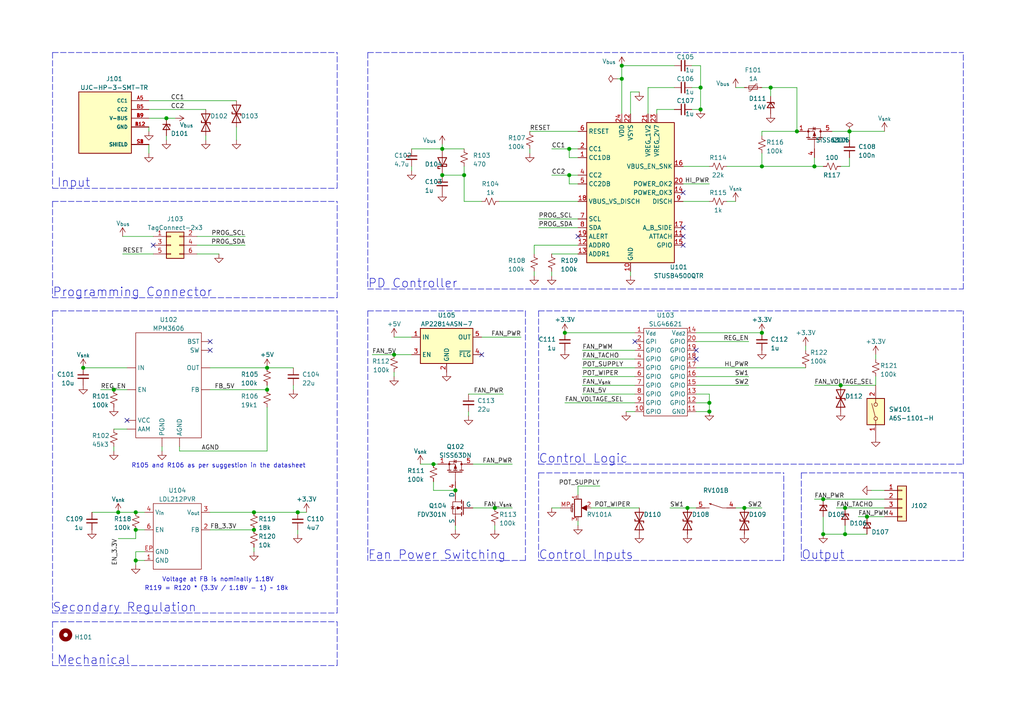
<source format=kicad_sch>
(kicad_sch (version 20210406) (generator eeschema)
  (paper "A4")
  (junction (at 24.13 106.68) (diameter 1.016))
  (junction (at 33.02 113.03) (diameter 1.016))
  (junction (at 34.29 148.59) (diameter 1.016))
  (junction (at 39.37 148.59) (diameter 1.016))
  (junction (at 39.37 153.67) (diameter 1.016))
  (junction (at 39.37 162.56) (diameter 1.016))
  (junction (at 48.26 34.29) (diameter 1.016))
  (junction (at 73.66 148.59) (diameter 1.016))
  (junction (at 73.66 153.67) (diameter 1.016))
  (junction (at 77.47 106.68) (diameter 1.016))
  (junction (at 77.47 113.03) (diameter 1.016))
  (junction (at 86.36 148.59) (diameter 1.016))
  (junction (at 114.3 102.87) (diameter 1.016))
  (junction (at 125.73 134.62) (diameter 1.016))
  (junction (at 128.27 43.18) (diameter 1.016))
  (junction (at 128.27 50.8) (diameter 1.016))
  (junction (at 132.08 142.24) (diameter 1.016))
  (junction (at 134.62 50.8) (diameter 1.016))
  (junction (at 143.51 147.32) (diameter 1.016))
  (junction (at 163.83 96.52) (diameter 1.016))
  (junction (at 165.1 43.18) (diameter 1.016))
  (junction (at 165.1 50.8) (diameter 1.016))
  (junction (at 180.34 19.05) (diameter 1.016))
  (junction (at 180.34 22.86) (diameter 1.016))
  (junction (at 199.39 147.32) (diameter 1.016))
  (junction (at 203.2 25.4) (diameter 1.016))
  (junction (at 203.2 31.75) (diameter 1.016))
  (junction (at 205.74 116.84) (diameter 1.016))
  (junction (at 205.74 119.38) (diameter 1.016))
  (junction (at 215.9 147.32) (diameter 1.016))
  (junction (at 220.98 48.26) (diameter 1.016))
  (junction (at 220.98 96.52) (diameter 1.016))
  (junction (at 223.52 25.4) (diameter 1.016))
  (junction (at 231.14 38.1) (diameter 1.016))
  (junction (at 236.22 48.26) (diameter 1.016))
  (junction (at 238.76 144.78) (diameter 1.016))
  (junction (at 238.76 154.94) (diameter 1.016))
  (junction (at 243.84 111.76) (diameter 1.016))
  (junction (at 245.11 147.32) (diameter 1.016))
  (junction (at 245.11 154.94) (diameter 1.016))
  (junction (at 246.38 38.1) (diameter 1.016))
  (junction (at 251.46 149.86) (diameter 1.016))
  (no_connect (at 36.83 121.92))
  (no_connect (at 44.45 71.12))
  (no_connect (at 60.96 99.06))
  (no_connect (at 60.96 101.6))
  (no_connect (at 139.7 102.87))
  (no_connect (at 167.64 68.58))
  (no_connect (at 184.15 99.06))
  (no_connect (at 198.12 55.88))
  (no_connect (at 198.12 66.04))
  (no_connect (at 198.12 68.58))
  (no_connect (at 198.12 71.12))
  (no_connect (at 201.93 101.6))
  (no_connect (at 201.93 104.14))
  (wire (pts (xy 24.13 106.68) (xy 36.83 106.68)))
  (wire (pts (xy 26.67 148.59) (xy 34.29 148.59)))
  (wire (pts (xy 29.21 113.03) (xy 33.02 113.03)))
  (wire (pts (xy 33.02 113.03) (xy 36.83 113.03)))
  (wire (pts (xy 33.02 124.46) (xy 36.83 124.46)))
  (wire (pts (xy 33.02 129.54) (xy 33.02 130.81)))
  (wire (pts (xy 34.29 148.59) (xy 39.37 148.59)))
  (wire (pts (xy 34.29 156.21) (xy 39.37 156.21)))
  (wire (pts (xy 35.56 68.58) (xy 44.45 68.58)))
  (wire (pts (xy 35.56 73.66) (xy 44.45 73.66)))
  (wire (pts (xy 39.37 148.59) (xy 41.91 148.59)))
  (wire (pts (xy 39.37 153.67) (xy 41.91 153.67)))
  (wire (pts (xy 39.37 156.21) (xy 39.37 153.67)))
  (wire (pts (xy 39.37 160.02) (xy 39.37 162.56)))
  (wire (pts (xy 39.37 160.02) (xy 41.91 160.02)))
  (wire (pts (xy 39.37 162.56) (xy 39.37 163.83)))
  (wire (pts (xy 39.37 162.56) (xy 41.91 162.56)))
  (wire (pts (xy 43.18 29.21) (xy 68.58 29.21)))
  (wire (pts (xy 43.18 31.75) (xy 59.69 31.75)))
  (wire (pts (xy 43.18 34.29) (xy 48.26 34.29)))
  (wire (pts (xy 43.18 36.83) (xy 43.18 38.1)))
  (wire (pts (xy 43.18 41.91) (xy 43.18 44.45)))
  (wire (pts (xy 46.99 129.54) (xy 46.99 130.81)))
  (wire (pts (xy 48.26 34.29) (xy 50.8 34.29)))
  (wire (pts (xy 48.26 39.37) (xy 48.26 40.64)))
  (wire (pts (xy 52.07 129.54) (xy 52.07 130.81)))
  (wire (pts (xy 52.07 130.81) (xy 77.47 130.81)))
  (wire (pts (xy 57.15 68.58) (xy 71.12 68.58)))
  (wire (pts (xy 57.15 71.12) (xy 71.12 71.12)))
  (wire (pts (xy 57.15 73.66) (xy 63.5 73.66)))
  (wire (pts (xy 59.69 39.37) (xy 59.69 40.64)))
  (wire (pts (xy 60.96 106.68) (xy 77.47 106.68)))
  (wire (pts (xy 60.96 113.03) (xy 77.47 113.03)))
  (wire (pts (xy 60.96 148.59) (xy 73.66 148.59)))
  (wire (pts (xy 60.96 153.67) (xy 73.66 153.67)))
  (wire (pts (xy 68.58 36.83) (xy 68.58 40.64)))
  (wire (pts (xy 73.66 148.59) (xy 86.36 148.59)))
  (wire (pts (xy 73.66 158.75) (xy 73.66 160.02)))
  (wire (pts (xy 77.47 106.68) (xy 85.09 106.68)))
  (wire (pts (xy 77.47 111.76) (xy 77.47 113.03)))
  (wire (pts (xy 77.47 118.11) (xy 77.47 130.81)))
  (wire (pts (xy 85.09 111.76) (xy 85.09 113.03)))
  (wire (pts (xy 86.36 148.59) (xy 88.9 148.59)))
  (wire (pts (xy 86.36 153.67) (xy 86.36 154.94)))
  (wire (pts (xy 114.3 97.79) (xy 119.38 97.79)))
  (wire (pts (xy 114.3 102.87) (xy 107.95 102.87)))
  (wire (pts (xy 114.3 107.95) (xy 114.3 109.22)))
  (wire (pts (xy 119.38 43.18) (xy 128.27 43.18)))
  (wire (pts (xy 119.38 48.26) (xy 119.38 49.53)))
  (wire (pts (xy 119.38 102.87) (xy 114.3 102.87)))
  (wire (pts (xy 121.92 134.62) (xy 125.73 134.62)))
  (wire (pts (xy 125.73 134.62) (xy 127 134.62)))
  (wire (pts (xy 125.73 139.7) (xy 125.73 142.24)))
  (wire (pts (xy 125.73 142.24) (xy 132.08 142.24)))
  (wire (pts (xy 128.27 41.91) (xy 128.27 43.18)))
  (wire (pts (xy 128.27 43.18) (xy 134.62 43.18)))
  (wire (pts (xy 128.27 50.8) (xy 134.62 50.8)))
  (wire (pts (xy 132.08 152.4) (xy 132.08 153.67)))
  (wire (pts (xy 134.62 50.8) (xy 134.62 48.26)))
  (wire (pts (xy 134.62 50.8) (xy 134.62 58.42)))
  (wire (pts (xy 134.62 58.42) (xy 139.7 58.42)))
  (wire (pts (xy 135.89 114.3) (xy 146.05 114.3)))
  (wire (pts (xy 135.89 119.38) (xy 135.89 120.65)))
  (wire (pts (xy 137.16 134.62) (xy 148.59 134.62)))
  (wire (pts (xy 137.16 147.32) (xy 143.51 147.32)))
  (wire (pts (xy 139.7 97.79) (xy 151.13 97.79)))
  (wire (pts (xy 143.51 147.32) (xy 148.59 147.32)))
  (wire (pts (xy 143.51 152.4) (xy 143.51 153.67)))
  (wire (pts (xy 144.78 58.42) (xy 167.64 58.42)))
  (wire (pts (xy 153.67 38.1) (xy 167.64 38.1)))
  (wire (pts (xy 153.67 43.18) (xy 153.67 44.45)))
  (wire (pts (xy 154.94 71.12) (xy 167.64 71.12)))
  (wire (pts (xy 154.94 73.66) (xy 154.94 71.12)))
  (wire (pts (xy 154.94 78.74) (xy 154.94 80.01)))
  (wire (pts (xy 156.21 63.5) (xy 167.64 63.5)))
  (wire (pts (xy 156.21 66.04) (xy 167.64 66.04)))
  (wire (pts (xy 160.02 43.18) (xy 165.1 43.18)))
  (wire (pts (xy 160.02 50.8) (xy 165.1 50.8)))
  (wire (pts (xy 160.02 73.66) (xy 167.64 73.66)))
  (wire (pts (xy 160.02 78.74) (xy 160.02 80.01)))
  (wire (pts (xy 160.02 147.32) (xy 162.56 147.32)))
  (wire (pts (xy 163.83 96.52) (xy 184.15 96.52)))
  (wire (pts (xy 163.83 116.84) (xy 184.15 116.84)))
  (wire (pts (xy 165.1 43.18) (xy 165.1 45.72)))
  (wire (pts (xy 165.1 43.18) (xy 167.64 43.18)))
  (wire (pts (xy 165.1 45.72) (xy 167.64 45.72)))
  (wire (pts (xy 165.1 50.8) (xy 165.1 53.34)))
  (wire (pts (xy 165.1 50.8) (xy 167.64 50.8)))
  (wire (pts (xy 165.1 53.34) (xy 167.64 53.34)))
  (wire (pts (xy 167.64 140.97) (xy 167.64 143.51)))
  (wire (pts (xy 167.64 151.13) (xy 167.64 152.4)))
  (wire (pts (xy 168.91 101.6) (xy 184.15 101.6)))
  (wire (pts (xy 168.91 104.14) (xy 184.15 104.14)))
  (wire (pts (xy 168.91 106.68) (xy 184.15 106.68)))
  (wire (pts (xy 168.91 109.22) (xy 184.15 109.22)))
  (wire (pts (xy 168.91 111.76) (xy 184.15 111.76)))
  (wire (pts (xy 168.91 114.3) (xy 184.15 114.3)))
  (wire (pts (xy 171.45 147.32) (xy 185.42 147.32)))
  (wire (pts (xy 173.99 140.97) (xy 167.64 140.97)))
  (wire (pts (xy 179.07 22.86) (xy 180.34 22.86)))
  (wire (pts (xy 180.34 19.05) (xy 195.58 19.05)))
  (wire (pts (xy 180.34 22.86) (xy 180.34 19.05)))
  (wire (pts (xy 180.34 33.02) (xy 180.34 22.86)))
  (wire (pts (xy 181.61 119.38) (xy 184.15 119.38)))
  (wire (pts (xy 182.88 26.67) (xy 182.88 33.02)))
  (wire (pts (xy 182.88 26.67) (xy 185.42 26.67)))
  (wire (pts (xy 182.88 78.74) (xy 182.88 80.01)))
  (wire (pts (xy 187.96 25.4) (xy 195.58 25.4)))
  (wire (pts (xy 187.96 33.02) (xy 187.96 25.4)))
  (wire (pts (xy 190.5 31.75) (xy 190.5 33.02)))
  (wire (pts (xy 195.58 31.75) (xy 190.5 31.75)))
  (wire (pts (xy 198.12 48.26) (xy 205.74 48.26)))
  (wire (pts (xy 198.12 53.34) (xy 205.74 53.34)))
  (wire (pts (xy 198.12 58.42) (xy 205.74 58.42)))
  (wire (pts (xy 199.39 147.32) (xy 194.31 147.32)))
  (wire (pts (xy 200.66 31.75) (xy 203.2 31.75)))
  (wire (pts (xy 201.93 96.52) (xy 220.98 96.52)))
  (wire (pts (xy 201.93 99.06) (xy 217.17 99.06)))
  (wire (pts (xy 201.93 106.68) (xy 233.68 106.68)))
  (wire (pts (xy 201.93 109.22) (xy 217.17 109.22)))
  (wire (pts (xy 201.93 111.76) (xy 217.17 111.76)))
  (wire (pts (xy 201.93 114.3) (xy 205.74 114.3)))
  (wire (pts (xy 201.93 116.84) (xy 205.74 116.84)))
  (wire (pts (xy 201.93 119.38) (xy 205.74 119.38)))
  (wire (pts (xy 201.93 147.32) (xy 199.39 147.32)))
  (wire (pts (xy 203.2 19.05) (xy 200.66 19.05)))
  (wire (pts (xy 203.2 25.4) (xy 200.66 25.4)))
  (wire (pts (xy 203.2 25.4) (xy 203.2 19.05)))
  (wire (pts (xy 203.2 31.75) (xy 203.2 25.4)))
  (wire (pts (xy 205.74 114.3) (xy 205.74 116.84)))
  (wire (pts (xy 205.74 116.84) (xy 205.74 119.38)))
  (wire (pts (xy 210.82 48.26) (xy 220.98 48.26)))
  (wire (pts (xy 210.82 58.42) (xy 213.36 58.42)))
  (wire (pts (xy 213.36 25.4) (xy 215.9 25.4)))
  (wire (pts (xy 213.36 147.32) (xy 215.9 147.32)))
  (wire (pts (xy 215.9 147.32) (xy 220.98 147.32)))
  (wire (pts (xy 220.98 25.4) (xy 223.52 25.4)))
  (wire (pts (xy 220.98 38.1) (xy 231.14 38.1)))
  (wire (pts (xy 220.98 39.37) (xy 220.98 38.1)))
  (wire (pts (xy 220.98 48.26) (xy 220.98 44.45)))
  (wire (pts (xy 220.98 48.26) (xy 236.22 48.26)))
  (wire (pts (xy 223.52 25.4) (xy 223.52 27.94)))
  (wire (pts (xy 223.52 25.4) (xy 231.14 25.4)))
  (wire (pts (xy 231.14 25.4) (xy 231.14 38.1)))
  (wire (pts (xy 233.68 100.33) (xy 233.68 101.6)))
  (wire (pts (xy 236.22 48.26) (xy 236.22 45.72)))
  (wire (pts (xy 236.22 48.26) (xy 238.76 48.26)))
  (wire (pts (xy 236.22 111.76) (xy 243.84 111.76)))
  (wire (pts (xy 236.22 144.78) (xy 238.76 144.78)))
  (wire (pts (xy 238.76 144.78) (xy 256.54 144.78)))
  (wire (pts (xy 238.76 154.94) (xy 238.76 149.86)))
  (wire (pts (xy 238.76 154.94) (xy 245.11 154.94)))
  (wire (pts (xy 241.3 38.1) (xy 246.38 38.1)))
  (wire (pts (xy 242.57 147.32) (xy 245.11 147.32)))
  (wire (pts (xy 243.84 48.26) (xy 246.38 48.26)))
  (wire (pts (xy 243.84 111.76) (xy 254 111.76)))
  (wire (pts (xy 245.11 147.32) (xy 256.54 147.32)))
  (wire (pts (xy 245.11 152.4) (xy 245.11 154.94)))
  (wire (pts (xy 245.11 154.94) (xy 251.46 154.94)))
  (wire (pts (xy 246.38 38.1) (xy 246.38 40.64)))
  (wire (pts (xy 246.38 38.1) (xy 256.54 38.1)))
  (wire (pts (xy 246.38 48.26) (xy 246.38 45.72)))
  (wire (pts (xy 248.92 149.86) (xy 251.46 149.86)))
  (wire (pts (xy 251.46 149.86) (xy 256.54 149.86)))
  (wire (pts (xy 252.73 142.24) (xy 256.54 142.24)))
  (wire (pts (xy 254 102.87) (xy 254 104.14)))
  (wire (pts (xy 254 109.22) (xy 254 111.76)))
  (polyline (pts (xy 15.24 15.24) (xy 15.24 54.61)) (stroke (width 0) (type dash)))
  (polyline (pts (xy 15.24 15.24) (xy 97.79 15.24)) (stroke (width 0) (type dash)))
  (polyline (pts (xy 15.24 54.61) (xy 97.79 54.61)) (stroke (width 0) (type dash)))
  (polyline (pts (xy 15.24 58.42) (xy 15.24 86.36)) (stroke (width 0) (type dash)))
  (polyline (pts (xy 15.24 58.42) (xy 97.79 58.42)) (stroke (width 0) (type dash)))
  (polyline (pts (xy 15.24 86.36) (xy 97.79 86.36)) (stroke (width 0) (type dash)))
  (polyline (pts (xy 15.24 90.17) (xy 15.24 177.8)) (stroke (width 0) (type dash)))
  (polyline (pts (xy 15.24 90.17) (xy 97.79 90.17)) (stroke (width 0) (type dash)))
  (polyline (pts (xy 15.24 177.8) (xy 97.79 177.8)) (stroke (width 0) (type dash)))
  (polyline (pts (xy 15.24 180.34) (xy 15.24 193.04)) (stroke (width 0) (type dash)))
  (polyline (pts (xy 15.24 180.34) (xy 97.79 180.34)) (stroke (width 0) (type dash)))
  (polyline (pts (xy 15.24 193.04) (xy 97.79 193.04)) (stroke (width 0) (type dash)))
  (polyline (pts (xy 97.79 54.61) (xy 97.79 15.24)) (stroke (width 0) (type dash)))
  (polyline (pts (xy 97.79 86.36) (xy 97.79 58.42)) (stroke (width 0) (type dash)))
  (polyline (pts (xy 97.79 177.8) (xy 97.79 90.17)) (stroke (width 0) (type dash)))
  (polyline (pts (xy 97.79 193.04) (xy 97.79 180.34)) (stroke (width 0) (type dash)))
  (polyline (pts (xy 106.68 15.24) (xy 106.68 83.82)) (stroke (width 0) (type dash)))
  (polyline (pts (xy 106.68 15.24) (xy 279.4 15.24)) (stroke (width 0) (type dash)))
  (polyline (pts (xy 106.68 83.82) (xy 279.4 83.82)) (stroke (width 0) (type dash)))
  (polyline (pts (xy 106.68 90.17) (xy 106.68 162.56)) (stroke (width 0) (type dash)))
  (polyline (pts (xy 106.68 90.17) (xy 152.4 90.17)) (stroke (width 0) (type dash)))
  (polyline (pts (xy 152.4 90.17) (xy 152.4 162.56)) (stroke (width 0) (type dash)))
  (polyline (pts (xy 152.4 162.56) (xy 106.68 162.56)) (stroke (width 0) (type dash)))
  (polyline (pts (xy 156.21 90.17) (xy 156.21 134.62)) (stroke (width 0) (type dash)))
  (polyline (pts (xy 156.21 90.17) (xy 279.4 90.17)) (stroke (width 0) (type dash)))
  (polyline (pts (xy 156.21 134.62) (xy 279.4 134.62)) (stroke (width 0) (type dash)))
  (polyline (pts (xy 156.21 137.16) (xy 156.21 162.56)) (stroke (width 0) (type dash)))
  (polyline (pts (xy 156.21 137.16) (xy 227.33 137.16)) (stroke (width 0) (type dash)))
  (polyline (pts (xy 156.21 162.56) (xy 227.33 162.56)) (stroke (width 0) (type dash)))
  (polyline (pts (xy 227.33 162.56) (xy 227.33 137.16)) (stroke (width 0) (type dash)))
  (polyline (pts (xy 232.41 137.16) (xy 232.41 162.56)) (stroke (width 0) (type dash)))
  (polyline (pts (xy 232.41 137.16) (xy 279.4 137.16)) (stroke (width 0) (type dash)))
  (polyline (pts (xy 279.4 83.82) (xy 279.4 15.24)) (stroke (width 0) (type dash)))
  (polyline (pts (xy 279.4 134.62) (xy 279.4 90.17)) (stroke (width 0) (type dash)))
  (polyline (pts (xy 279.4 137.16) (xy 279.4 162.56)) (stroke (width 0) (type dash)))
  (polyline (pts (xy 279.4 162.56) (xy 232.41 162.56)) (stroke (width 0) (type dash)))
  (text "Programming Connector" (at 15.24 86.36 0) (effects (font (size 2.54 2.54)) (justify left bottom)))
  (text "Secondary Regulation" (at 15.24 177.8 0) (effects (font (size 2.54 2.54)) (justify left bottom)))
  (text "Input" (at 16.51 54.61 0) (effects (font (size 2.54 2.54)) (justify left bottom)))
  (text "Mechanical" (at 16.51 193.04 0) (effects (font (size 2.54 2.54)) (justify left bottom)))
  (text "R105 and R106 as per suggestion in the datasheet" (at 38.1 135.89 0) (effects (font (size 1.27 1.27)) (justify left bottom)))
  (text "R119 = R120 * (3.3V / 1.18V - 1) ~~ 18k" (at 41.91 171.45 0) (effects (font (size 1.27 1.27)) (justify left bottom)))
  (text "Voltage at FB is nominally 1.18V" (at 46.99 168.91 0) (effects (font (size 1.27 1.27)) (justify left bottom)))
  (text "PD Controller" (at 106.68 83.82 0) (effects (font (size 2.54 2.54)) (justify left bottom)))
  (text "Fan Power Switching" (at 106.68 162.56 0) (effects (font (size 2.54 2.54)) (justify left bottom)))
  (text "Control Logic" (at 156.21 134.62 0) (effects (font (size 2.54 2.54)) (justify left bottom)))
  (text "Control Inputs" (at 156.21 162.56 0) (effects (font (size 2.54 2.54)) (justify left bottom)))
  (text "Output" (at 232.41 162.56 0) (effects (font (size 2.54 2.54)) (justify left bottom)))
  (label "REG_EN" (at 29.21 113.03 0))
  (label "EN_3.3V" (at 34.29 156.21 270))
  (label "RESET" (at 35.56 73.66 0))
  (label "CC1" (at 49.53 29.21 0))
  (label "CC2" (at 49.53 31.75 0))
  (label "AGND" (at 58.42 130.81 0))
  (label "FB_3.3V" (at 60.96 153.67 0))
  (label "FB_5V" (at 62.23 113.03 0))
  (label "PROG_SCL" (at 71.12 68.58 180))
  (label "PROG_SDA" (at 71.12 71.12 180))
  (label "FAN_5V" (at 107.95 102.87 0))
  (label "FAN_PWR" (at 146.05 114.3 180))
  (label "FAN_PWR" (at 148.59 134.62 180))
  (label "FAN_V_{snk}" (at 148.59 147.32 180))
  (label "FAN_PWR" (at 151.13 97.79 180))
  (label "RESET" (at 153.67 38.1 0))
  (label "PROG_SCL" (at 156.21 63.5 0))
  (label "PROG_SDA" (at 156.21 66.04 0))
  (label "CC1" (at 160.02 43.18 0))
  (label "CC2" (at 160.02 50.8 0))
  (label "FAN_VOLTAGE_SEL" (at 163.83 116.84 0))
  (label "FAN_PWM" (at 168.91 101.6 0))
  (label "FAN_TACHO" (at 168.91 104.14 0))
  (label "POT_SUPPLY" (at 168.91 106.68 0))
  (label "POT_WIPER" (at 168.91 109.22 0))
  (label "FAN_V_{snk}" (at 168.91 111.76 0))
  (label "FAN_5V" (at 168.91 114.3 0))
  (label "POT_SUPPLY" (at 173.99 140.97 180))
  (label "POT_WIPER" (at 182.88 147.32 180))
  (label "SW1" (at 194.31 147.32 0))
  (label "HI_PWR" (at 205.74 53.34 180))
  (label "REG_EN" (at 217.17 99.06 180))
  (label "HI_PWR" (at 217.17 106.68 180))
  (label "SW1" (at 217.17 109.22 180))
  (label "SW2" (at 217.17 111.76 180))
  (label "SW2" (at 220.98 147.32 180))
  (label "FAN_VOLTAGE_SEL" (at 236.22 111.76 0))
  (label "FAN_PWR" (at 236.22 144.78 0))
  (label "FAN_TACHO" (at 242.57 147.32 0))
  (label "FAN_PWM" (at 248.92 149.86 0))
  (symbol (lib_id "proj:V_{snk}") (at 24.13 106.68 0) (unit 1)
    (property "Reference" "#PWR0105" (effects hide))
    (property "Value" "V_{snk}" (at 24.13 102.87 0))
  )
  (symbol (lib_id "proj:V_{snk}") (at 34.29 148.59 0) (unit 1)
    (property "Reference" "#PWR0140" (effects hide))
    (property "Value" "V_{snk}" (at 34.29 144.78 0))
  )
  (symbol (lib_id "proj:V_{bus}") (at 35.56 68.58 0) (unit 1)
    (property "Reference" "#PWR0130" (effects hide))
    (property "Value" "V_{bus}" (at 33.6549 64.77 0) (effects (justify left)))
  )
  (symbol (lib_id "proj:V_{bus}") (at 50.8 34.29 270) (unit 1)
    (property "Reference" "#PWR0104" (effects hide))
    (property "Value" "V_{bus}" (at 52.07 36.1949 90) (effects (justify left)))
  )
  (symbol (lib_id "proj:+5V") (at 77.47 106.68 0) (unit 1)
    (property "Reference" "#PWR0116" (effects hide))
    (property "Value" "+5V" (at 77.47 102.87 0))
  )
  (symbol (lib_id "proj:+3.3V") (at 88.9 148.59 0) (unit 1)
    (property "Reference" "#PWR0146" (effects hide))
    (property "Value" "+3.3V" (at 88.9 144.78 0))
  )
  (symbol (lib_id "proj:+5V") (at 114.3 97.79 0) (unit 1)
    (property "Reference" "#PWR0122" (effects hide))
    (property "Value" "+5V" (at 114.3 93.98 0))
  )
  (symbol (lib_id "proj:V_{snk}") (at 121.92 134.62 0) (unit 1)
    (property "Reference" "#PWR0123" (effects hide))
    (property "Value" "V_{snk}" (at 121.92 130.81 0))
  )
  (symbol (lib_id "proj:V_{bus}") (at 128.27 41.91 0) (unit 1)
    (property "Reference" "#PWR0114" (effects hide))
    (property "Value" "V_{bus}" (at 122.5549 40.64 0) (effects (justify left)))
  )
  (symbol (lib_id "proj:+3.3V") (at 163.83 96.52 0) (unit 1)
    (property "Reference" "#PWR0148" (effects hide))
    (property "Value" "+3.3V" (at 163.83 92.71 0))
  )
  (symbol (lib_id "proj:V_{bus}") (at 180.34 19.05 0) (unit 1)
    (property "Reference" "#PWR0126" (effects hide))
    (property "Value" "V_{bus}" (at 174.6249 17.78 0) (effects (justify left)))
  )
  (symbol (lib_id "proj:V_{bus}") (at 213.36 25.4 0) (unit 1)
    (property "Reference" "#PWR0156" (effects hide))
    (property "Value" "V_{bus}" (at 207.6449 24.13 0) (effects (justify left)))
  )
  (symbol (lib_id "proj:V_{snk}") (at 213.36 58.42 0) (unit 1)
    (property "Reference" "#PWR0132" (effects hide))
    (property "Value" "V_{snk}" (at 213.36 54.61 0))
  )
  (symbol (lib_id "proj:+3.3V") (at 220.98 96.52 0) (unit 1)
    (property "Reference" "#PWR0151" (effects hide))
    (property "Value" "+3.3V" (at 220.98 92.71 0))
  )
  (symbol (lib_id "proj:+3.3V") (at 233.68 100.33 0) (unit 1)
    (property "Reference" "#PWR0158" (effects hide))
    (property "Value" "+3.3V" (at 233.68 96.52 0))
  )
  (symbol (lib_id "proj:+3.3V") (at 254 102.87 0) (unit 1)
    (property "Reference" "#PWR0153" (effects hide))
    (property "Value" "+3.3V" (at 254 99.06 0))
  )
  (symbol (lib_id "proj:V_{snk}") (at 256.54 38.1 0) (unit 1)
    (property "Reference" "#PWR0135" (effects hide))
    (property "Value" "V_{snk}" (at 256.54 34.29 0))
  )
  (symbol (lib_id "power:PWR_FLAG") (at 179.07 22.86 90) (unit 1)
    (property "Reference" "#FLG0101" (effects hide))
    (property "Value" "PWR_FLAG" (effects hide))
  )
  (symbol (lib_id "power:PWR_FLAG") (at 246.38 38.1 0) (unit 1)
    (property "Reference" "#FLG0102" (effects hide))
    (property "Value" "PWR_FLAG" (effects hide))
  )
  (symbol (lib_id "proj:GND") (at 24.13 111.76 0) (unit 1)
    (property "Reference" "#PWR0106" (effects hide))
    (property "Value" "GND" (effects hide))
  )
  (symbol (lib_id "proj:GND") (at 26.67 153.67 0) (unit 1)
    (property "Reference" "#PWR0147" (effects hide))
    (property "Value" "GND" (effects hide))
  )
  (symbol (lib_id "proj:GND") (at 33.02 118.11 0) (unit 1)
    (property "Reference" "#PWR0108" (effects hide))
    (property "Value" "GND" (effects hide))
  )
  (symbol (lib_id "proj:GND") (at 33.02 130.81 0) (unit 1)
    (property "Reference" "#PWR0109" (effects hide))
    (property "Value" "GND" (effects hide))
  )
  (symbol (lib_id "proj:GND") (at 39.37 163.83 0) (unit 1)
    (property "Reference" "#PWR0141" (effects hide))
    (property "Value" "GND" (effects hide))
  )
  (symbol (lib_id "proj:GND") (at 43.18 38.1 0) (unit 1)
    (property "Reference" "#PWR0101" (effects hide))
    (property "Value" "GND" (effects hide))
  )
  (symbol (lib_id "proj:GND") (at 43.18 44.45 0) (unit 1)
    (property "Reference" "#PWR0102" (effects hide))
    (property "Value" "GND" (effects hide))
  )
  (symbol (lib_id "proj:GND") (at 46.99 130.81 0) (unit 1)
    (property "Reference" "#PWR0111" (effects hide))
    (property "Value" "GND" (effects hide))
  )
  (symbol (lib_id "proj:GND") (at 48.26 40.64 0) (unit 1)
    (property "Reference" "#PWR0103" (effects hide))
    (property "Value" "GND" (effects hide))
  )
  (symbol (lib_id "proj:GND") (at 59.69 40.64 0) (unit 1)
    (property "Reference" "#PWR0107" (effects hide))
    (property "Value" "GND" (effects hide))
  )
  (symbol (lib_id "proj:GND") (at 63.5 73.66 0) (unit 1)
    (property "Reference" "#PWR0133" (effects hide))
    (property "Value" "GND" (effects hide))
  )
  (symbol (lib_id "proj:GND") (at 68.58 40.64 0) (unit 1)
    (property "Reference" "#PWR0110" (effects hide))
    (property "Value" "GND" (effects hide))
  )
  (symbol (lib_id "proj:GND") (at 73.66 160.02 0) (unit 1)
    (property "Reference" "#PWR0144" (effects hide))
    (property "Value" "GND" (effects hide))
  )
  (symbol (lib_id "proj:GND") (at 85.09 113.03 0) (unit 1)
    (property "Reference" "#PWR0119" (effects hide))
    (property "Value" "GND" (effects hide))
  )
  (symbol (lib_id "proj:GND") (at 86.36 154.94 0) (unit 1)
    (property "Reference" "#PWR0145" (effects hide))
    (property "Value" "GND" (effects hide))
  )
  (symbol (lib_id "proj:GND") (at 114.3 109.22 0) (mirror y) (unit 1)
    (property "Reference" "#PWR0128" (effects hide))
    (property "Value" "GND" (effects hide))
  )
  (symbol (lib_id "proj:GND") (at 119.38 49.53 0) (unit 1)
    (property "Reference" "#PWR0112" (effects hide))
    (property "Value" "GND" (effects hide))
  )
  (symbol (lib_id "proj:GND") (at 128.27 55.88 0) (unit 1)
    (property "Reference" "#PWR0115" (effects hide))
    (property "Value" "GND" (effects hide))
  )
  (symbol (lib_id "proj:GND") (at 129.54 107.95 0) (mirror y) (unit 1)
    (property "Reference" "#PWR0117" (effects hide))
    (property "Value" "GND" (effects hide))
  )
  (symbol (lib_id "proj:GND") (at 132.08 153.67 0) (unit 1)
    (property "Reference" "#PWR0125" (effects hide))
    (property "Value" "GND" (effects hide))
  )
  (symbol (lib_id "proj:GND") (at 135.89 120.65 0) (mirror y) (unit 1)
    (property "Reference" "#PWR0124" (effects hide))
    (property "Value" "GND" (effects hide))
  )
  (symbol (lib_id "proj:GND") (at 143.51 153.67 0) (unit 1)
    (property "Reference" "#PWR0129" (effects hide))
    (property "Value" "GND" (effects hide))
  )
  (symbol (lib_id "proj:GND") (at 153.67 44.45 0) (unit 1)
    (property "Reference" "#PWR0118" (effects hide))
    (property "Value" "GND" (effects hide))
  )
  (symbol (lib_id "proj:GND") (at 154.94 80.01 0) (unit 1)
    (property "Reference" "#PWR0120" (effects hide))
    (property "Value" "GND" (effects hide))
  )
  (symbol (lib_id "proj:GND") (at 160.02 80.01 0) (unit 1)
    (property "Reference" "#PWR0121" (effects hide))
    (property "Value" "GND" (effects hide))
  )
  (symbol (lib_id "proj:GND") (at 160.02 147.32 0) (unit 1)
    (property "Reference" "#PWR0136" (effects hide))
    (property "Value" "GND" (effects hide))
  )
  (symbol (lib_id "proj:GND") (at 163.83 101.6 0) (unit 1)
    (property "Reference" "#PWR0149" (effects hide))
    (property "Value" "GND" (effects hide))
  )
  (symbol (lib_id "proj:GND") (at 167.64 152.4 0) (unit 1)
    (property "Reference" "#PWR0139" (effects hide))
    (property "Value" "GND" (effects hide))
  )
  (symbol (lib_id "proj:GND") (at 181.61 119.38 0) (unit 1)
    (property "Reference" "#PWR0113" (effects hide))
    (property "Value" "GND" (effects hide))
  )
  (symbol (lib_id "proj:GND") (at 182.88 80.01 0) (unit 1)
    (property "Reference" "#PWR0127" (effects hide))
    (property "Value" "GND" (effects hide))
  )
  (symbol (lib_id "proj:GND") (at 185.42 26.67 0) (unit 1)
    (property "Reference" "#PWR0155" (effects hide))
    (property "Value" "GND" (effects hide))
  )
  (symbol (lib_id "proj:GND") (at 185.42 154.94 0) (unit 1)
    (property "Reference" "#PWR0143" (effects hide))
    (property "Value" "GND" (effects hide))
  )
  (symbol (lib_id "proj:GND") (at 199.39 154.94 0) (unit 1)
    (property "Reference" "#PWR0138" (effects hide))
    (property "Value" "GND" (effects hide))
  )
  (symbol (lib_id "proj:GND") (at 203.2 31.75 0) (unit 1)
    (property "Reference" "#PWR0131" (effects hide))
    (property "Value" "GND" (effects hide))
  )
  (symbol (lib_id "proj:GND") (at 205.74 119.38 0) (unit 1)
    (property "Reference" "#PWR0150" (effects hide))
    (property "Value" "GND" (effects hide))
  )
  (symbol (lib_id "proj:GND") (at 215.9 154.94 0) (unit 1)
    (property "Reference" "#PWR0142" (effects hide))
    (property "Value" "GND" (effects hide))
  )
  (symbol (lib_id "proj:GND") (at 220.98 101.6 0) (unit 1)
    (property "Reference" "#PWR0152" (effects hide))
    (property "Value" "GND" (effects hide))
  )
  (symbol (lib_id "proj:GND") (at 223.52 33.02 0) (unit 1)
    (property "Reference" "#PWR0157" (effects hide))
    (property "Value" "GND" (effects hide))
  )
  (symbol (lib_id "proj:GND") (at 238.76 154.94 0) (unit 1)
    (property "Reference" "#PWR0134" (effects hide))
    (property "Value" "GND" (effects hide))
  )
  (symbol (lib_id "proj:GND") (at 243.84 119.38 0) (unit 1)
    (property "Reference" "#PWR0159" (effects hide))
    (property "Value" "GND" (effects hide))
  )
  (symbol (lib_id "proj:GND") (at 252.73 142.24 270) (unit 1)
    (property "Reference" "#PWR0137" (effects hide))
    (property "Value" "GND" (effects hide))
  )
  (symbol (lib_id "proj:GND") (at 254 127 0) (unit 1)
    (property "Reference" "#PWR0154" (effects hide))
    (property "Value" "GND" (effects hide))
  )
  (symbol (lib_id "proj:Resistor") (at 33.02 115.57 0) (unit 1)
    (property "Reference" "R101" (at 26.67 114.9349 0) (effects (justify left)))
    (property "Value" "100k" (at 26.67 117.4749 0) (effects (justify left)))
    (property "Footprint" "proj:R_0402_1005Metric" (effects hide))
  )
  (symbol (lib_id "proj:Resistor") (at 33.02 127 0) (unit 1)
    (property "Reference" "R102" (at 26.67 126.3649 0) (effects (justify left)))
    (property "Value" "45k3" (at 26.67 128.9049 0) (effects (justify left)))
    (property "Footprint" "proj:R_0402_1005Metric" (effects hide))
  )
  (symbol (lib_id "proj:Resistor") (at 39.37 151.13 0) (unit 1)
    (property "Reference" "R118" (at 33.02 150.4949 0) (effects (justify left)))
    (property "Value" "100k" (at 33.02 153.0349 0) (effects (justify left)))
    (property "Footprint" "proj:R_0402_1005Metric" (effects hide))
  )
  (symbol (lib_id "proj:Resistor") (at 73.66 151.13 0) (unit 1)
    (property "Reference" "R119" (at 74.93 150.4949 0) (effects (justify left)))
    (property "Value" "18k" (at 74.93 153.0349 0) (effects (justify left)))
    (property "Footprint" "proj:R_0402_1005Metric" (effects hide))
  )
  (symbol (lib_id "proj:Resistor") (at 73.66 156.21 0) (unit 1)
    (property "Reference" "R120" (at 74.93 155.5749 0) (effects (justify left)))
    (property "Value" "10k" (at 74.93 158.1149 0) (effects (justify left)))
    (property "Footprint" "proj:R_0402_1005Metric" (effects hide))
  )
  (symbol (lib_id "proj:Resistor") (at 77.47 109.22 0) (unit 1)
    (property "Reference" "R105" (at 69.85 108.5849 0) (effects (justify left)))
    (property "Value" "100k" (at 69.85 111.1249 0) (effects (justify left)))
    (property "Footprint" "proj:R_0402_1005Metric" (effects hide))
  )
  (symbol (lib_id "proj:Resistor") (at 77.47 115.57 0) (unit 1)
    (property "Reference" "R106" (at 69.85 114.9349 0) (effects (justify left)))
    (property "Value" "19k1" (at 69.85 117.4749 0) (effects (justify left)))
    (property "Footprint" "proj:R_0402_1005Metric" (effects hide))
  )
  (symbol (lib_id "proj:Resistor") (at 114.3 105.41 0) (mirror y) (unit 1)
    (property "Reference" "R112" (at 113.03 104.7749 0) (effects (justify left)))
    (property "Value" "100k" (at 113.03 107.3149 0) (effects (justify left)))
    (property "Footprint" "proj:R_0402_1005Metric" (effects hide))
  )
  (symbol (lib_id "proj:Resistor") (at 125.73 137.16 0) (unit 1)
    (property "Reference" "R111" (at 118.11 136.5249 0) (effects (justify left)))
    (property "Value" "100k" (at 118.11 139.0649 0) (effects (justify left)))
    (property "Footprint" "proj:R_0402_1005Metric" (effects hide))
  )
  (symbol (lib_id "proj:Resistor") (at 134.62 45.72 0) (unit 1)
    (property "Reference" "R103" (at 137.16 45.0849 0) (effects (justify left)))
    (property "Value" "470" (at 137.16 47.6249 0) (effects (justify left)))
    (property "Footprint" "proj:R_0402_1005Metric" (effects hide))
  )
  (symbol (lib_id "proj:Resistor") (at 142.24 58.42 90) (unit 1)
    (property "Reference" "R104" (at 142.24 53.34 90))
    (property "Value" "1k" (at 142.24 55.88 90))
    (property "Footprint" "proj:R_0402_1005Metric" (effects hide))
  )
  (symbol (lib_id "proj:Resistor") (at 143.51 149.86 0) (unit 1)
    (property "Reference" "R113" (at 144.78 149.2249 0) (effects (justify left)))
    (property "Value" "100k" (at 144.78 151.7649 0) (effects (justify left)))
    (property "Footprint" "proj:R_0402_1005Metric" (effects hide))
  )
  (symbol (lib_id "proj:Resistor") (at 153.67 40.64 0) (unit 1)
    (property "Reference" "R107" (at 147.32 40.0049 0) (effects (justify left)))
    (property "Value" "100k" (at 147.32 42.5449 0) (effects (justify left)))
    (property "Footprint" "proj:R_0402_1005Metric" (effects hide))
  )
  (symbol (lib_id "proj:Resistor") (at 154.94 76.2 0) (unit 1)
    (property "Reference" "R108" (at 147.32 75.5649 0) (effects (justify left)))
    (property "Value" "100k" (at 147.32 78.1049 0) (effects (justify left)))
    (property "Footprint" "proj:R_0402_1005Metric" (effects hide))
  )
  (symbol (lib_id "proj:Resistor") (at 160.02 76.2 0) (unit 1)
    (property "Reference" "R109" (at 162.56 75.5649 0) (effects (justify left)))
    (property "Value" "100k" (at 162.56 78.1049 0) (effects (justify left)))
    (property "Footprint" "proj:R_0402_1005Metric" (effects hide))
  )
  (symbol (lib_id "proj:Resistor") (at 208.28 48.26 90) (unit 1)
    (property "Reference" "R114" (at 208.28 45.72 90))
    (property "Value" "22k" (at 208.28 50.8 90))
    (property "Footprint" "proj:R_0402_1005Metric" (effects hide))
  )
  (symbol (lib_id "proj:Resistor") (at 208.28 58.42 90) (unit 1)
    (property "Reference" "R115" (at 208.28 55.88 90))
    (property "Value" "1k" (at 208.28 60.96 90))
    (property "Footprint" "proj:R_0402_1005Metric" (effects hide))
  )
  (symbol (lib_id "proj:Polyfuse") (at 218.44 25.4 90) (unit 1)
    (property "Reference" "F101" (at 218.44 20.32 90))
    (property "Value" "1A" (at 218.44 22.86 90))
    (property "Footprint" "proj:R_0805_2012Metric" (effects hide))
  )
  (symbol (lib_id "proj:Resistor") (at 220.98 41.91 0) (unit 1)
    (property "Reference" "R116" (at 222.25 41.2749 0) (effects (justify left)))
    (property "Value" "100k" (at 222.25 43.8149 0) (effects (justify left)))
    (property "Footprint" "proj:R_0402_1005Metric" (effects hide))
  )
  (symbol (lib_id "proj:Resistor") (at 233.68 104.14 0) (unit 1)
    (property "Reference" "R122" (at 234.95 102.2349 0) (effects (justify left)))
    (property "Value" "100k" (at 234.95 104.7749 0) (effects (justify left)))
    (property "Footprint" "proj:R_0402_1005Metric" (effects hide))
  )
  (symbol (lib_id "proj:Resistor") (at 241.3 48.26 90) (unit 1)
    (property "Reference" "R117" (at 241.3 50.8 90))
    (property "Value" "100" (at 241.3 45.72 90))
    (property "Footprint" "proj:R_0402_1005Metric" (effects hide))
  )
  (symbol (lib_id "proj:Resistor") (at 254 106.68 0) (unit 1)
    (property "Reference" "R121" (at 255.27 106.0449 0) (effects (justify left)))
    (property "Value" "100k" (at 255.27 108.5849 0) (effects (justify left)))
    (property "Footprint" "proj:R_0402_1005Metric" (effects hide))
  )
  (symbol (lib_id "proj:uclamp2271p") (at 48.26 36.83 270) (unit 1)
    (property "Reference" "D101" (at 49.53 38.7349 90) (effects (justify left)))
    (property "Value" "uclamp2271p" (effects hide))
    (property "Footprint" "proj:uClampxx71P" (effects hide))
    (property "Datasheet" "${KIPRJMOD}/uclampxx71/uClampxx71P.pdf" (effects hide))
  )
  (symbol (lib_id "proj:D_Zener") (at 223.52 30.48 270) (unit 1)
    (property "Reference" "D111" (at 217.17 28.5749 90) (effects (justify left)))
    (property "Value" "14V" (at 218.44 31.1149 90) (effects (justify left)))
    (property "Footprint" "proj:SOT-23" (effects hide))
  )
  (symbol (lib_id "proj:uclamp2271p") (at 238.76 147.32 270) (unit 1)
    (property "Reference" "D105" (at 240.03 149.2249 90) (effects (justify left)))
    (property "Value" "uclamp2271p" (effects hide))
    (property "Footprint" "proj:uClampxx71P" (effects hide))
    (property "Datasheet" "${KIPRJMOD}/uclampxx71/uClampxx71P.pdf" (effects hide))
  )
  (symbol (lib_id "proj:uclamp2271p") (at 245.11 149.86 270) (unit 1)
    (property "Reference" "D106" (at 246.38 151.7649 90) (effects (justify left)))
    (property "Value" "uclamp2271p" (effects hide))
    (property "Footprint" "proj:uClampxx71P" (effects hide))
    (property "Datasheet" "${KIPRJMOD}/uclampxx71/uClampxx71P.pdf" (effects hide))
  )
  (symbol (lib_id "proj:uclamp2271p") (at 251.46 152.4 270) (unit 1)
    (property "Reference" "D107" (at 252.73 154.3049 90) (effects (justify left)))
    (property "Value" "uclamp2271p" (effects hide))
    (property "Footprint" "proj:uClampxx71P" (effects hide))
    (property "Datasheet" "${KIPRJMOD}/uclampxx71/uClampxx71P.pdf" (effects hide))
  )
  (symbol (lib_id "proj:MountingHole") (at 19.05 184.15 0) (unit 1)
    (property "Reference" "H101" (at 21.59 184.7849 0) (effects (justify left)))
    (property "Value" "MountingHole" (effects hide))
    (property "Footprint" "proj:MountingHole_5mm" (effects hide))
  )
  (symbol (lib_id "proj:C") (at 24.13 109.22 0) (unit 1)
    (property "Reference" "C101" (at 16.51 108.5849 0) (effects (justify left)))
    (property "Value" "10u" (at 17.78 111.1249 0) (effects (justify left)))
    (property "Footprint" "proj:C_0805_2012Metric" (effects hide))
  )
  (symbol (lib_id "proj:C") (at 26.67 151.13 0) (mirror x) (unit 1)
    (property "Reference" "C109" (at 24.13 150.4951 0) (effects (justify right)))
    (property "Value" "1u" (at 24.13 153.0351 0) (effects (justify right)))
    (property "Footprint" "proj:C_0402_1005Metric" (effects hide))
  )
  (symbol (lib_id "proj:C") (at 85.09 109.22 0) (unit 1)
    (property "Reference" "C104" (at 87.63 108.5849 0) (effects (justify left)))
    (property "Value" "22u" (at 87.63 111.1249 0) (effects (justify left)))
    (property "Footprint" "proj:C_0805_2012Metric" (effects hide))
  )
  (symbol (lib_id "proj:C") (at 86.36 151.13 180) (unit 1)
    (property "Reference" "C110" (at 88.9 150.4951 0) (effects (justify right)))
    (property "Value" "4u7" (at 88.9 153.0351 0) (effects (justify right)))
    (property "Footprint" "proj:C_0805_2012Metric" (effects hide))
  )
  (symbol (lib_id "proj:C") (at 119.38 45.72 0) (unit 1)
    (property "Reference" "C102" (at 114.3 45.0849 0) (effects (justify left)))
    (property "Value" "4.7u" (at 114.3 47.6249 0) (effects (justify left)))
    (property "Footprint" "proj:C_0805_2012Metric" (effects hide))
  )
  (symbol (lib_id "proj:C") (at 128.27 53.34 0) (unit 1)
    (property "Reference" "C103" (at 123.19 52.7049 0) (effects (justify left)))
    (property "Value" "1u" (at 123.19 55.2449 0) (effects (justify left)))
    (property "Footprint" "proj:C_0402_1005Metric" (effects hide))
  )
  (symbol (lib_id "proj:C") (at 135.89 116.84 0) (unit 1)
    (property "Reference" "C113" (at 138.43 116.2049 0) (effects (justify left)))
    (property "Value" "22u" (at 138.43 118.7449 0) (effects (justify left)))
    (property "Footprint" "proj:C_0805_2012Metric" (effects hide))
  )
  (symbol (lib_id "proj:C") (at 163.83 99.06 0) (mirror x) (unit 1)
    (property "Reference" "C111" (at 161.29 98.4251 0) (effects (justify right)))
    (property "Value" "1u" (at 161.29 100.9651 0) (effects (justify right)))
    (property "Footprint" "proj:C_0402_1005Metric" (effects hide))
  )
  (symbol (lib_id "proj:C") (at 198.12 19.05 90) (mirror x) (unit 1)
    (property "Reference" "C105" (at 196.2149 16.51 90) (effects (justify right)))
    (property "Value" "1u" (at 198.7549 20.32 90) (effects (justify right)))
    (property "Footprint" "proj:C_0402_1005Metric" (effects hide))
  )
  (symbol (lib_id "proj:C") (at 198.12 25.4 90) (mirror x) (unit 1)
    (property "Reference" "C106" (at 196.2149 22.86 90) (effects (justify right)))
    (property "Value" "1u" (at 198.7549 26.67 90) (effects (justify right)))
    (property "Footprint" "proj:C_0402_1005Metric" (effects hide))
  )
  (symbol (lib_id "proj:C") (at 198.12 31.75 90) (mirror x) (unit 1)
    (property "Reference" "C107" (at 196.2149 29.21 90) (effects (justify right)))
    (property "Value" "1u" (at 198.7549 33.02 90) (effects (justify right)))
    (property "Footprint" "proj:C_0402_1005Metric" (effects hide))
  )
  (symbol (lib_id "proj:C") (at 220.98 99.06 0) (mirror x) (unit 1)
    (property "Reference" "C112" (at 228.6 98.4251 0) (effects (justify right)))
    (property "Value" "1u" (at 226.06 100.9651 0) (effects (justify right)))
    (property "Footprint" "proj:C_0402_1005Metric" (effects hide))
  )
  (symbol (lib_id "proj:C") (at 246.38 43.18 180) (unit 1)
    (property "Reference" "C108" (at 248.92 42.5451 0) (effects (justify right)))
    (property "Value" "100n" (at 248.92 45.0851 0) (effects (justify right)))
    (property "Footprint" "proj:C_0402_1005Metric" (effects hide))
  )
  (symbol (lib_id "proj:RK1191114001") (at 208.28 147.32 0) (mirror y) (unit 2)
    (property "Reference" "RV101" (at 207.645 142.24 0))
    (property "Value" "RK1191114001" (effects hide))
    (property "Footprint" "proj:RK1191114001" (effects hide))
  )
  (symbol (lib_id "proj:uclamp2411za") (at 59.69 35.56 90) (unit 1)
    (property "Reference" "D102" (at 60.96 33.6549 90) (effects (justify right)))
    (property "Value" "uclamp2411za" (effects hide))
    (property "Footprint" "proj:uClamp2411ZA" (effects hide))
    (property "Datasheet" "${KIPRJMOD}/uclamp2411/uClamp2411ZA_DAG.pdf" (effects hide))
  )
  (symbol (lib_id "proj:uclamp2411za") (at 68.58 33.02 90) (unit 1)
    (property "Reference" "D103" (at 69.85 33.6549 90) (effects (justify right)))
    (property "Value" "uclamp2411za" (effects hide))
    (property "Footprint" "proj:uClamp2411ZA" (effects hide))
    (property "Datasheet" "${KIPRJMOD}/uclamp2411/uClamp2411ZA_DAG.pdf" (effects hide))
  )
  (symbol (lib_id "proj:D_Schottky") (at 128.27 46.99 90) (unit 1)
    (property "Reference" "D104" (at 123.19 47.6249 90) (effects (justify right)))
    (property "Value" "D_Schottky" (effects hide))
    (property "Footprint" "proj:Schottky_0402" (effects hide))
  )
  (symbol (lib_id "proj:uclamp2411za") (at 185.42 151.13 90) (unit 1)
    (property "Reference" "D110" (at 186.69 149.2249 90) (effects (justify right)))
    (property "Value" "uclamp2411za" (effects hide))
    (property "Footprint" "proj:uClamp2411ZA" (effects hide))
    (property "Datasheet" "${KIPRJMOD}/uclamp2411/uClamp2411ZA_DAG.pdf" (effects hide))
  )
  (symbol (lib_id "proj:uclamp2411za") (at 199.39 151.13 90) (unit 1)
    (property "Reference" "D108" (at 200.66 149.2249 90) (effects (justify right)))
    (property "Value" "uclamp2411za" (effects hide))
    (property "Footprint" "proj:uClamp2411ZA" (effects hide))
    (property "Datasheet" "${KIPRJMOD}/uclamp2411/uClamp2411ZA_DAG.pdf" (effects hide))
  )
  (symbol (lib_id "proj:uclamp2411za") (at 215.9 151.13 90) (unit 1)
    (property "Reference" "D109" (at 217.17 149.2249 90) (effects (justify right)))
    (property "Value" "uclamp2411za" (effects hide))
    (property "Footprint" "proj:uClamp2411ZA" (effects hide))
    (property "Datasheet" "${KIPRJMOD}/uclamp2411/uClamp2411ZA_DAG.pdf" (effects hide))
  )
  (symbol (lib_id "proj:uclamp2411za") (at 243.84 115.57 90) (unit 1)
    (property "Reference" "D112" (at 245.11 114.9349 90) (effects (justify right)))
    (property "Value" "uclamp2411za" (effects hide))
    (property "Footprint" "proj:uClamp2411ZA" (effects hide))
    (property "Datasheet" "${KIPRJMOD}/uclamp2411/uClamp2411ZA_DAG.pdf" (effects hide))
  )
  (symbol (lib_id "proj:fan_header_4pin") (at 261.62 144.78 0) (unit 1)
    (property "Reference" "J102" (at 264.16 146.6849 0) (effects (justify left)))
    (property "Value" "fan_header_4pin" (effects hide))
    (property "Footprint" "proj:fan_header_4pin_right_angle" (effects hide))
  )
  (symbol (lib_id "proj:FDV301N") (at 134.62 147.32 0) (mirror y) (unit 1)
    (property "Reference" "Q104" (at 129.54 146.6849 0) (effects (justify left)))
    (property "Value" "FDV301N" (at 129.54 149.2249 0) (effects (justify left)))
    (property "Footprint" "proj:SOT-23" (effects hide))
    (property "Datasheet" "${KIPRJMOD}/fdv301n/FDV301N_D-2313106.pdf" (effects hide))
  )
  (symbol (lib_id "proj:RK1191114001") (at 167.64 147.32 0) (unit 1)
    (property "Reference" "RV101" (at 170.18 149.2249 0) (effects (justify left)))
    (property "Value" "RK1191114001" (effects hide))
    (property "Footprint" "proj:RK1191114001" (effects hide))
  )
  (symbol (lib_id "proj:A6S-1101-H") (at 254 119.38 90) (unit 1)
    (property "Reference" "SW101" (at 257.81 118.7449 90) (effects (justify right)))
    (property "Value" "A6S-1101-H" (at 257.81 121.2849 90) (effects (justify right)))
    (property "Footprint" "proj:A6S-1101-H" (effects hide))
    (property "Datasheet" "${KIPRJMOD}/a6s_1101h/en-a6s-1224092.pdf" (effects hide))
  )
  (symbol (lib_id "proj:SiSS63DN") (at 132.08 137.16 270) (mirror x) (unit 1)
    (property "Reference" "Q102" (at 132.08 129.54 90))
    (property "Value" "SiSS63DN" (at 132.08 132.08 90))
    (property "Footprint" "proj:Vishay_PowerPAK_1212-8_Single" (effects hide))
    (property "Datasheet" "${KIPRJMOD}/siss63dn/siss63dn-1765617.pdf" (effects hide))
  )
  (symbol (lib_name "proj:SiSS63DN_1") (lib_id "proj:SiSS63DN") (at 236.22 40.64 270) (mirror x) (unit 1)
    (property "Reference" "Q105" (at 243.84 40.64 90))
    (property "Value" "SiSS63DN" (at 241.3 40.64 90))
    (property "Footprint" "proj:Vishay_PowerPAK_1212-8_Single" (effects hide))
    (property "Datasheet" "${KIPRJMOD}/siss63dn/siss63dn-1765617.pdf" (effects hide))
  )
  (symbol (lib_id "proj:TagConnect-2x3") (at 49.53 71.12 0) (unit 1)
    (property "Reference" "J103" (at 50.8 63.5 0))
    (property "Value" "TagConnect-2x3" (at 50.8 66.04 0))
    (property "Footprint" "proj:Tag-Connect_TC2030-IDC-NL_2x03_P1.27mm_Vertical" (effects hide))
  )
  (symbol (lib_id "proj:AP22814AW5") (at 129.54 100.33 0) (unit 1)
    (property "Reference" "U105" (at 129.54 91.44 0))
    (property "Value" "AP22814ASN-7" (at 129.54 93.98 0))
    (property "Footprint" "proj:Diodes_UDFN2020-6" (effects hide))
    (property "Datasheet" "${KIPRJMOD}/ap22814/AP22804_14-1075316.pdf" (effects hide))
  )
  (symbol (lib_id "proj:UJC-HP-3-SMT-TR") (at 30.48 34.29 0) (mirror y) (unit 1)
    (property "Reference" "J101" (at 33.147 22.86 0))
    (property "Value" "UJC-HP-3-SMT-TR" (at 33.147 25.4 0))
    (property "Footprint" "proj:UJC-HP-3-SMT-TR" (effects hide))
    (property "Datasheet" "${KIPRJMOD}/ujc-hp-3/ujc_hp_3_smt_tr-2306991.pdf" (effects hide))
  )
  (symbol (lib_id "proj:LDL212PVR") (at 52.07 165.1 0) (unit 1)
    (property "Reference" "U104" (at 51.435 142.24 0))
    (property "Value" "LDL212PVR" (at 51.435 144.78 0))
    (property "Footprint" "proj:LDL212PVR" (effects hide))
    (property "Datasheet" "${KIPRJMOD}/ldl212/dm00225720-1798688.pdf" (effects hide))
  )
  (symbol (lib_id "proj:SLG46621") (at 193.04 121.92 0) (unit 1)
    (property "Reference" "U103" (at 193.04 91.44 0))
    (property "Value" "SLG46621" (at 193.04 93.98 0))
    (property "Footprint" "proj:SLG46621V" (effects hide))
    (property "Datasheet" "${KIPRJMOD}/slg46621/slg46621r136_10282019.pdf" (effects hide))
  )
  (symbol (lib_id "proj:MPM3606") (at 49.53 129.54 0) (unit 1)
    (property "Reference" "U102" (at 48.895 92.71 0))
    (property "Value" "MPM3606" (at 48.895 95.25 0))
    (property "Footprint" "proj:MPM3606" (effects hide))
    (property "Datasheet" "${KIPRJMOD}/mpm3606/MPM3606GQV.pdf" (effects hide))
  )
  (symbol (lib_id "proj:STUSB4500QTR") (at 182.88 55.88 0) (unit 1)
    (property "Reference" "U101" (at 196.85 77.47 0))
    (property "Value" "STUSB4500QTR" (at 196.85 80.01 0))
    (property "Footprint" "Package_DFN_QFN:QFN-24-1EP_4x4mm_P0.5mm_EP2.7x2.7mm" (effects hide))
    (property "Datasheet" "${KIPRJMOD}/stusb4500/stusb4500.pdf" (effects hide))
  )
)
</source>
